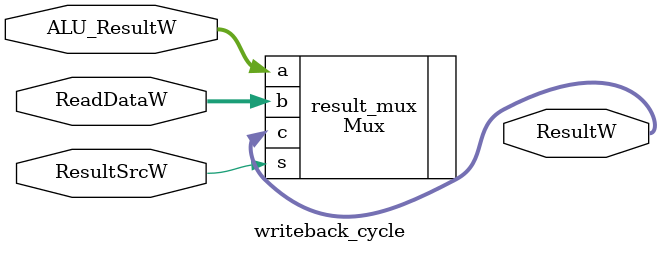
<source format=v>

`timescale 1ns / 1ps

module writeback_cycle(
    input ResultSrcW,
    input [31:0] ALU_ResultW, ReadDataW,
    output [31:0] ResultW
    // input clk, rst, 
    // input [31:0] PCPlus4W 
);

// Declaration of Module
Mux result_mux (
    .a(ALU_ResultW),
    .b(ReadDataW),
    .s(ResultSrcW),
    .c(ResultW)
);


endmodule

</source>
